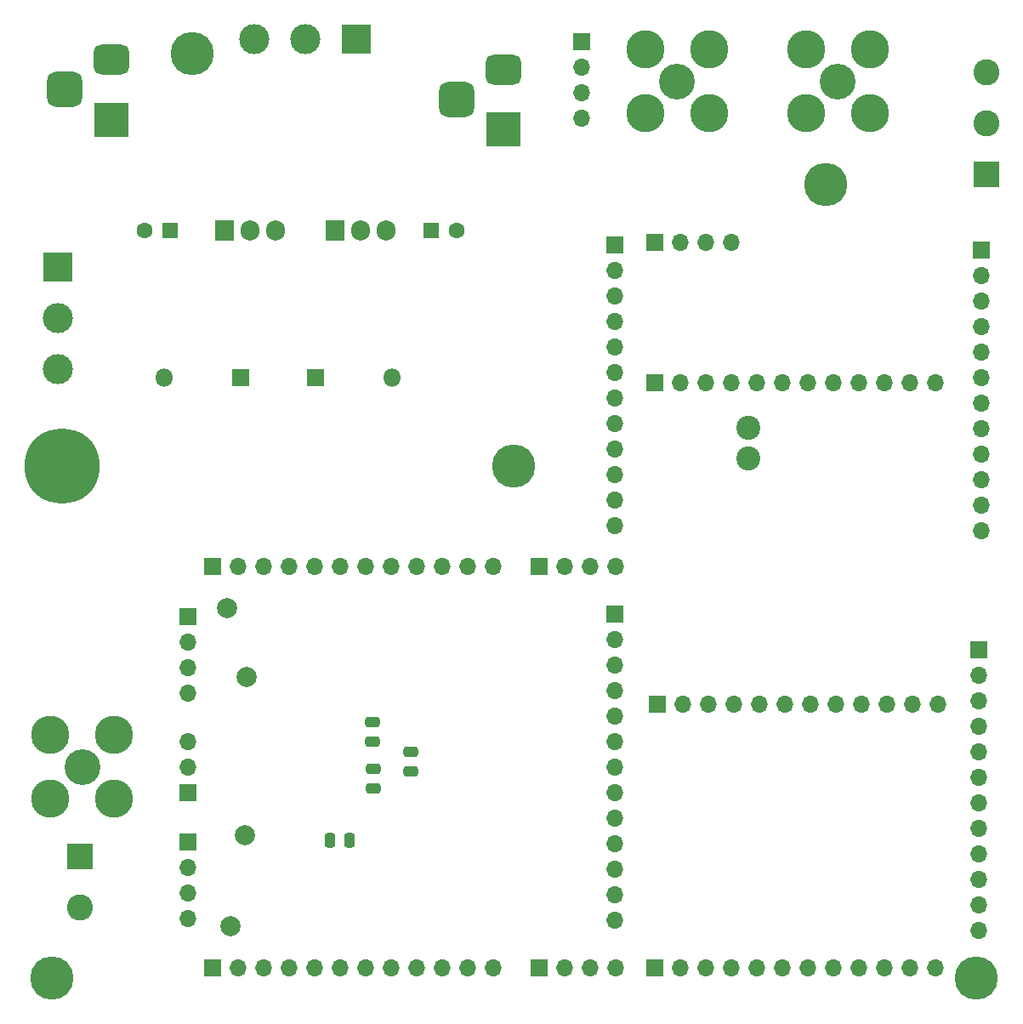
<source format=gbr>
%TF.GenerationSoftware,KiCad,Pcbnew,(6.0.10)*%
%TF.CreationDate,2023-02-20T13:08:26-05:00*%
%TF.ProjectId,ModularPreamp,4d6f6475-6c61-4725-9072-65616d702e6b,rev?*%
%TF.SameCoordinates,Original*%
%TF.FileFunction,Soldermask,Bot*%
%TF.FilePolarity,Negative*%
%FSLAX46Y46*%
G04 Gerber Fmt 4.6, Leading zero omitted, Abs format (unit mm)*
G04 Created by KiCad (PCBNEW (6.0.10)) date 2023-02-20 13:08:26*
%MOMM*%
%LPD*%
G01*
G04 APERTURE LIST*
G04 Aperture macros list*
%AMRoundRect*
0 Rectangle with rounded corners*
0 $1 Rounding radius*
0 $2 $3 $4 $5 $6 $7 $8 $9 X,Y pos of 4 corners*
0 Add a 4 corners polygon primitive as box body*
4,1,4,$2,$3,$4,$5,$6,$7,$8,$9,$2,$3,0*
0 Add four circle primitives for the rounded corners*
1,1,$1+$1,$2,$3*
1,1,$1+$1,$4,$5*
1,1,$1+$1,$6,$7*
1,1,$1+$1,$8,$9*
0 Add four rect primitives between the rounded corners*
20,1,$1+$1,$2,$3,$4,$5,0*
20,1,$1+$1,$4,$5,$6,$7,0*
20,1,$1+$1,$6,$7,$8,$9,0*
20,1,$1+$1,$8,$9,$2,$3,0*%
G04 Aperture macros list end*
%ADD10RoundRect,0.250000X-0.475000X0.250000X-0.475000X-0.250000X0.475000X-0.250000X0.475000X0.250000X0*%
%ADD11RoundRect,0.250000X0.475000X-0.250000X0.475000X0.250000X-0.475000X0.250000X-0.475000X-0.250000X0*%
%ADD12RoundRect,0.250000X0.250000X0.475000X-0.250000X0.475000X-0.250000X-0.475000X0.250000X-0.475000X0*%
%ADD13R,1.600000X1.600000*%
%ADD14C,1.600000*%
%ADD15R,3.500000X3.500000*%
%ADD16RoundRect,0.750000X-1.000000X0.750000X-1.000000X-0.750000X1.000000X-0.750000X1.000000X0.750000X0*%
%ADD17RoundRect,0.875000X-0.875000X0.875000X-0.875000X-0.875000X0.875000X-0.875000X0.875000X0.875000X0*%
%ADD18R,3.000000X3.000000*%
%ADD19C,3.000000*%
%ADD20R,1.905000X2.000000*%
%ADD21O,1.905000X2.000000*%
%ADD22R,1.700000X1.700000*%
%ADD23O,1.700000X1.700000*%
%ADD24C,3.556000*%
%ADD25C,3.810000*%
%ADD26C,2.400000*%
%ADD27R,2.600000X2.600000*%
%ADD28C,2.600000*%
%ADD29R,1.800000X1.800000*%
%ADD30O,1.800000X1.800000*%
%ADD31C,7.500000*%
%ADD32C,4.300000*%
%ADD33C,2.000000*%
G04 APERTURE END LIST*
D10*
%TO.C,C53*%
X120950000Y-95200000D03*
X120950000Y-97100000D03*
%TD*%
D11*
%TO.C,C52*%
X120900000Y-92450000D03*
X120900000Y-90550000D03*
%TD*%
%TO.C,C51*%
X124700000Y-95400000D03*
X124700000Y-93500000D03*
%TD*%
D12*
%TO.C,C50*%
X118600000Y-102300000D03*
X116700000Y-102300000D03*
%TD*%
D13*
%TO.C,C1*%
X100750000Y-41550000D03*
D14*
X98250000Y-41550000D03*
%TD*%
D13*
%TO.C,C2*%
X126750000Y-41550000D03*
D14*
X129250000Y-41550000D03*
%TD*%
D15*
%TO.C,J1*%
X94950000Y-30550000D03*
D16*
X94950000Y-24550000D03*
D17*
X90250000Y-27550000D03*
%TD*%
D15*
%TO.C,J2*%
X133950000Y-31550000D03*
D16*
X133950000Y-25550000D03*
D17*
X129250000Y-28550000D03*
%TD*%
D18*
%TO.C,J3*%
X119330000Y-22550000D03*
D19*
X114250000Y-22550000D03*
X109170000Y-22550000D03*
%TD*%
D20*
%TO.C,U2*%
X106170000Y-41550000D03*
D21*
X108710000Y-41550000D03*
X111250000Y-41550000D03*
%TD*%
D20*
%TO.C,U3*%
X117170000Y-41550000D03*
D21*
X119710000Y-41550000D03*
X122250000Y-41550000D03*
%TD*%
D22*
%TO.C,J5*%
X102500000Y-97540000D03*
D23*
X102500000Y-95000000D03*
X102500000Y-92460000D03*
%TD*%
D24*
%TO.C,J4*%
X92000000Y-95000000D03*
D25*
X88825000Y-98175000D03*
X95175000Y-98175000D03*
X88825000Y-91825000D03*
X95175000Y-91825000D03*
%TD*%
D22*
%TO.C,J8*%
X105000000Y-115000000D03*
D23*
X107540000Y-115000000D03*
X110080000Y-115000000D03*
X112620000Y-115000000D03*
X115160000Y-115000000D03*
X117700000Y-115000000D03*
X120240000Y-115000000D03*
X122780000Y-115000000D03*
X125320000Y-115000000D03*
X127860000Y-115000000D03*
X130400000Y-115000000D03*
X132940000Y-115000000D03*
%TD*%
D22*
%TO.C,J9*%
X181250000Y-83300000D03*
D23*
X181250000Y-85840000D03*
X181250000Y-88380000D03*
X181250000Y-90920000D03*
X181250000Y-93460000D03*
X181250000Y-96000000D03*
X181250000Y-98540000D03*
X181250000Y-101080000D03*
X181250000Y-103620000D03*
X181250000Y-106160000D03*
X181250000Y-108700000D03*
X181250000Y-111240000D03*
%TD*%
D22*
%TO.C,J10*%
X137500000Y-115000000D03*
D23*
X140040000Y-115000000D03*
X142580000Y-115000000D03*
X145120000Y-115000000D03*
%TD*%
D22*
%TO.C,J6*%
X105000000Y-75000000D03*
D23*
X107540000Y-75000000D03*
X110080000Y-75000000D03*
X112620000Y-75000000D03*
X115160000Y-75000000D03*
X117700000Y-75000000D03*
X120240000Y-75000000D03*
X122780000Y-75000000D03*
X125320000Y-75000000D03*
X127860000Y-75000000D03*
X130400000Y-75000000D03*
X132940000Y-75000000D03*
%TD*%
D22*
%TO.C,J11*%
X137500000Y-75000000D03*
D23*
X140040000Y-75000000D03*
X142580000Y-75000000D03*
X145120000Y-75000000D03*
%TD*%
D22*
%TO.C,J7*%
X145000000Y-79760000D03*
D23*
X145000000Y-82300000D03*
X145000000Y-84840000D03*
X145000000Y-87380000D03*
X145000000Y-89920000D03*
X145000000Y-92460000D03*
X145000000Y-95000000D03*
X145000000Y-97540000D03*
X145000000Y-100080000D03*
X145000000Y-102620000D03*
X145000000Y-105160000D03*
X145000000Y-107700000D03*
X145000000Y-110240000D03*
%TD*%
D22*
%TO.C,J12*%
X102500000Y-102500000D03*
D23*
X102500000Y-105040000D03*
X102500000Y-107580000D03*
X102500000Y-110120000D03*
%TD*%
D22*
%TO.C,J13*%
X102500000Y-80000000D03*
D23*
X102500000Y-82540000D03*
X102500000Y-85080000D03*
X102500000Y-87620000D03*
%TD*%
D26*
%TO.C,L1*%
X158300000Y-61250000D03*
X158300000Y-64250000D03*
%TD*%
D22*
%TO.C,J16*%
X181500000Y-43500000D03*
D23*
X181500000Y-46040000D03*
X181500000Y-48580000D03*
X181500000Y-51120000D03*
X181500000Y-53660000D03*
X181500000Y-56200000D03*
X181500000Y-58740000D03*
X181500000Y-61280000D03*
X181500000Y-63820000D03*
X181500000Y-66360000D03*
X181500000Y-68900000D03*
X181500000Y-71440000D03*
%TD*%
D22*
%TO.C,J17*%
X145000000Y-43000000D03*
D23*
X145000000Y-45540000D03*
X145000000Y-48080000D03*
X145000000Y-50620000D03*
X145000000Y-53160000D03*
X145000000Y-55700000D03*
X145000000Y-58240000D03*
X145000000Y-60780000D03*
X145000000Y-63320000D03*
X145000000Y-65860000D03*
X145000000Y-68400000D03*
X145000000Y-70940000D03*
%TD*%
D22*
%TO.C,J21*%
X149000000Y-42750000D03*
D23*
X151540000Y-42750000D03*
X154080000Y-42750000D03*
X156620000Y-42750000D03*
%TD*%
D22*
%TO.C,J18*%
X149250000Y-88750000D03*
D23*
X151790000Y-88750000D03*
X154330000Y-88750000D03*
X156870000Y-88750000D03*
X159410000Y-88750000D03*
X161950000Y-88750000D03*
X164490000Y-88750000D03*
X167030000Y-88750000D03*
X169570000Y-88750000D03*
X172110000Y-88750000D03*
X174650000Y-88750000D03*
X177190000Y-88750000D03*
%TD*%
D22*
%TO.C,J19*%
X149000000Y-56750000D03*
D23*
X151540000Y-56750000D03*
X154080000Y-56750000D03*
X156620000Y-56750000D03*
X159160000Y-56750000D03*
X161700000Y-56750000D03*
X164240000Y-56750000D03*
X166780000Y-56750000D03*
X169320000Y-56750000D03*
X171860000Y-56750000D03*
X174400000Y-56750000D03*
X176940000Y-56750000D03*
%TD*%
D22*
%TO.C,J20*%
X141750000Y-22750000D03*
D23*
X141750000Y-25290000D03*
X141750000Y-27830000D03*
X141750000Y-30370000D03*
%TD*%
D24*
%TO.C,J14*%
X151250000Y-26750000D03*
D25*
X148075000Y-23575000D03*
X148075000Y-29925000D03*
X154425000Y-23575000D03*
X154425000Y-29925000D03*
%TD*%
D24*
%TO.C,J15*%
X167250000Y-26750000D03*
D25*
X164075000Y-23575000D03*
X164075000Y-29925000D03*
X170425000Y-23575000D03*
X170425000Y-29925000D03*
%TD*%
D27*
%TO.C,J23*%
X91750000Y-103920000D03*
D28*
X91750000Y-109000000D03*
%TD*%
D29*
%TO.C,D9*%
X107750000Y-56250000D03*
D30*
X100130000Y-56250000D03*
%TD*%
D29*
%TO.C,D10*%
X115250000Y-56250000D03*
D30*
X122870000Y-56250000D03*
%TD*%
D31*
%TO.C,H1*%
X90000000Y-65000000D03*
%TD*%
D32*
%TO.C,H2*%
X89000000Y-116000000D03*
%TD*%
%TO.C,H3*%
X166000000Y-37000000D03*
%TD*%
%TO.C,H4*%
X103000000Y-24000000D03*
%TD*%
%TO.C,H5*%
X181000000Y-116000000D03*
%TD*%
%TO.C,H6*%
X135000000Y-65000000D03*
%TD*%
D22*
%TO.C,J22*%
X149000000Y-115000000D03*
D23*
X151540000Y-115000000D03*
X154080000Y-115000000D03*
X156620000Y-115000000D03*
X159160000Y-115000000D03*
X161700000Y-115000000D03*
X164240000Y-115000000D03*
X166780000Y-115000000D03*
X169320000Y-115000000D03*
X171860000Y-115000000D03*
X174400000Y-115000000D03*
X176940000Y-115000000D03*
%TD*%
D27*
%TO.C,J24*%
X182000000Y-36000000D03*
D28*
X182000000Y-30920000D03*
X182000000Y-25840000D03*
%TD*%
D18*
%TO.C,J25*%
X89600000Y-45200000D03*
D19*
X89600000Y-50280000D03*
X89600000Y-55360000D03*
%TD*%
D33*
%TO.C,TP1*%
X106400000Y-79200000D03*
%TD*%
%TO.C,TP3*%
X108200000Y-101800000D03*
%TD*%
%TO.C,TP4*%
X108400000Y-86000000D03*
%TD*%
%TO.C,TP2*%
X106800000Y-110800000D03*
%TD*%
M02*

</source>
